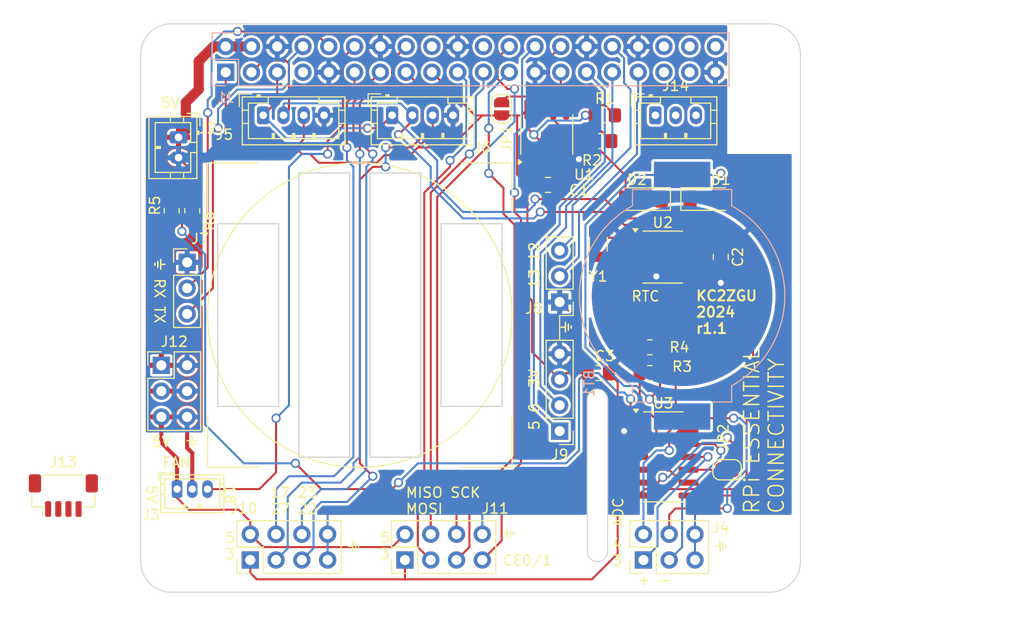
<source format=kicad_pcb>
(kicad_pcb (version 20240108) (generator "pcbnew") (generator_version "8.0")
  (title_block (date "15 nov 2012"))
  (layers (0 "F.Cu" signal) (31 "B.Cu" signal) (34 "B.Paste" user) (35 "F.Paste" user) (36 "B.SilkS" user "B.Silkscreen") (37 "F.SilkS" user "F.Silkscreen") (38 "B.Mask" user) (39 "F.Mask" user) (44 "Edge.Cuts" user))
  (net 0 "")
  (net 1 "GND")
  (net 2 "/GPIO4{slash}GPCLK0")
  (net 3 "/GPIO14{slash}TXD0")
  (net 4 "/GPIO15{slash}RXD0")
  (net 5 "/GPIO17")
  (net 6 "/GPIO18{slash}PCM.CLK")
  (net 7 "/GPIO27")
  (net 8 "/GPIO22")
  (net 9 "/GPIO23")
  (net 10 "/GPIO24")
  (net 11 "/GPIO10{slash}SPI0.MOSI")
  (net 12 "/GPIO9{slash}SPI0.MISO")
  (net 13 "/GPIO25")
  (net 14 "/GPIO11{slash}SPI0.SCLK")
  (net 15 "/GPIO8{slash}SPI0.CE0")
  (net 16 "/GPIO7{slash}SPI0.CE1")
  (net 17 "/ID_SDA")
  (net 18 "/ID_SCL")
  (net 19 "/GPIO5")
  (net 20 "/GPIO6")
  (net 21 "/GPIO12{slash}PWM0")
  (net 22 "/GPIO13{slash}PWM1")
  (net 23 "/GPIO19{slash}PCM.FS")
  (net 24 "/GPIO16")
  (net 25 "/GPIO26")
  (net 26 "/GPIO20{slash}PCM.DIN")
  (net 27 "/GPIO21{slash}PCM.DOUT")
  (net 28 "+5V")
  (net 29 "+3V3")
  (net 32 "Net-(JP1-A)")
  (net 36 "Net-(U2-OSCO)")
  (net 37 "Net-(U2-OSCI)")
  (net 38 "Net-(D1-K)")
  (net 39 "/AD1p")
  (net 40 "/AD2p")
  (net 41 "/AD3n")
  (net 42 "/AD4p")
  (net 43 "/AD4n")
  (net 44 "/AD3p")
  (net 45 "Net-(BT1-+)")
  (net 46 "/GPIO2{slash}SDA1")
  (net 47 "/GPIO3{slash}SCL1")
  (net 48 "Net-(JP2-A)")
  (footprint "MountingHole:MountingHole_2.7mm_M2.5" (layer "F.Cu") (at 161.5 47.5)
    (property "Reference" "MH2" (hide yes))
    (property "Value" "MountingHole_2.7mm_M2.5" (hide yes))
  )
  (footprint "Connector_JST:JST_PH_B4B-PH-K_1x04_P2.00mm_Vertical" (layer "F.Cu") (at 112.065 53.01)
    (property "Reference" "J5")
    (property "Value" "Conn_01x04_Male")
  )
  (footprint "Resistor_SMD:R_0805_2012Metric_Pad1.20x1.40mm_HandSolder" (layer "F.Cu") (at 145.355 55.55)
    (property "Reference" "R2")
    (property "Value" "3.9k")
  )
  (footprint "Crystal:Crystal_SMD_3215-2Pin_3.2x1.5mm" (layer "F.Cu") (at 145.085 65.71 -90)
    (property "Reference" "Y1")
    (property "Value" "Crystal")
  )
  (footprint "Connector_PinHeader_2.54mm:PinHeader_1x03_P2.54mm_Vertical" (layer "F.Cu") (at 141.275 71.41 180)
    (property "Reference" "J8")
    (property "Value" "Conn_01x03_Pin")
  )
  (footprint "fan:Fan_30mm" (layer "F.Cu") (at 121.59 72.695)
    (property "Reference" "M1" (hide yes))
    (property "Value" "Fan")
    (fp_line (start -14 -9) (end -14 9) (stroke (width 0.12)) (layer "Edge.Cuts"))
    (fp_line (start -14 9) (end -8 9) (stroke (width 0.12)) (layer "Edge.Cuts"))
    (fp_line (start -8 -9) (end -14 -9) (stroke (width 0.12)) (layer "Edge.Cuts"))
    (fp_line (start -8 9) (end -8 -9) (stroke (width 0.12)) (layer "Edge.Cuts"))
    (fp_line (start -6 -14) (end -6 14) (stroke (width 0.12)) (layer "Edge.Cuts"))
    (fp_line (start -6 14) (end -1 14) (stroke (width 0.12)) (layer "Edge.Cuts"))
    (fp_line (start -1 -14) (end -6 -14) (stroke (width 0.12)) (layer "Edge.Cuts"))
    (fp_line (start -1 14) (end -1 -14) (stroke (width 0.12)) (layer "Edge.Cuts"))
    (fp_line (start 1 -14) (end 6 -14) (stroke (width 0.12)) (layer "Edge.Cuts"))
    (fp_line (start 1 14) (end 1 -14) (stroke (width 0.12)) (layer "Edge.Cuts"))
    (fp_line (start 6 -14) (end 6 14) (stroke (width 0.12)) (layer "Edge.Cuts"))
    (fp_line (start 6 14) (end 1 14) (stroke (width 0.12)) (layer "Edge.Cuts"))
    (fp_line (start 8 -9) (end 14 -9) (stroke (width 0.12)) (layer "Edge.Cuts"))
    (fp_line (start 8 9) (end 8 -9) (stroke (width 0.12)) (layer "Edge.Cuts"))
    (fp_line (start 14 -9) (end 14 9) (stroke (width 0.12)) (layer "Edge.Cuts"))
    (fp_line (start 14 9) (end 8 9) (stroke (width 0.12)) (layer "Edge.Cuts"))
  )
  (footprint "Resistor_SMD:R_0805_2012Metric_Pad1.20x1.40mm_HandSolder" (layer "F.Cu") (at 150.165 78.41 180)
    (property "Reference" "R3")
    (property "Value" "100K 1%")
  )
  (footprint "Connector_PinHeader_2.54mm:PinHeader_2x03_P2.54mm_Vertical" (layer "F.Cu") (at 149.53 96.825 90)
    (property "Reference" "J4")
    (property "Value" "Conn_02x03_Odd_Even")
  )
  (footprint "Connector_JST:JST_PH_B3B-PH-K_1x03_P2.00mm_Vertical" (layer "F.Cu") (at 150.705 53.01)
    (property "Reference" "J14")
    (property "Value" "Conn_01x03_Pin")
  )
  (footprint "Resistor_SMD:R_0805_2012Metric_Pad1.20x1.40mm_HandSolder" (layer "F.Cu") (at 150.165 75.87 180)
    (property "Reference" "R4")
    (property "Value" "100K 1%")
  )
  (footprint "Capacitor_SMD:C_0805_2012Metric_Pad1.18x1.45mm_HandSolder" (layer "F.Cu") (at 140.132 59.868)
    (property "Reference" "C1")
    (property "Value" "100n")
  )
  (footprint "Capacitor_SMD:C_0805_2012Metric_Pad1.18x1.45mm_HandSolder" (layer "F.Cu") (at 145.085 78.41)
    (property "Reference" "C3")
    (property "Value" "100n")
  )
  (footprint "Diode_SMD:D_MiniMELF" (layer "F.Cu") (at 155.88 61.265)
    (property "Reference" "D1")
    (property "Value" "D_Schottky")
  )
  (footprint "Package_SO:SOIC-14_3.9x8.7mm_P1.27mm" (layer "F.Cu") (at 151.5 86.665)
    (property "Reference" "U3")
    (property "Value" "MCP3428x-xSL")
  )
  (footprint "Resistor_SMD:R_0805_2012Metric_Pad1.20x1.40mm_HandSolder" (layer "F.Cu") (at 145.72 53.01)
    (property "Reference" "R1")
    (property "Value" "3.9k")
  )
  (footprint "Resistor_SMD:R_0805_2012Metric_Pad1.20x1.40mm_HandSolder" (layer "F.Cu") (at 105.08 62.408 -90)
    (property "Reference" "R6")
    (property "Value" "10K 1%")
  )
  (footprint "MountingHole:MountingHole_2.7mm_M2.5" (layer "F.Cu") (at 103.5 96.5)
    (property "Reference" "MH3" (hide yes))
    (property "Value" "MountingHole_2.7mm_M2.5" (hide yes))
  )
  (footprint "Connector_JST:JST_SH_BM04B-SRSS-TB_1x04-1MP_P1.00mm_Vertical" (layer "F.Cu") (at 92.38 90.475)
    (property "Reference" "J13")
    (property "Value" "Conn_01x04_Pin")
  )
  (footprint "Connector_PinHeader_2.54mm:PinHeader_2x04_P2.54mm_Vertical" (layer "F.Cu") (at 126.035 96.825 90)
    (property "Reference" "J11")
    (property "Value" "Conn_02x04_Odd_Even")
  )
  (footprint "Connector_PinHeader_2.54mm:PinHeader_2x04_P2.54mm_Vertical" (layer "F.Cu") (at 110.795 96.825 90)
    (property "Reference" "J10")
    (property "Value" "Conn_02x04_Odd_Even")
  )
  (footprint "MountingHole:MountingHole_2.7mm_M2.5" (layer "F.Cu") (at 103.5 47.5)
    (property "Reference" "MH1" (hide yes))
    (property "Value" "MountingHole_2.7mm_M2.5" (hide yes))
  )
  (footprint "Connector_PinHeader_2.54mm:PinHeader_2x03_P2.54mm_Vertical" (layer "F.Cu") (at 102.032 77.648)
    (property "Reference" "J12")
    (property "Value" "Conn_02x03_Odd_Even")
  )
  (footprint "Connector_PinHeader_2.54mm:PinHeader_1x03_P2.54mm_Vertical" (layer "F.Cu") (at 104.572 67.503)
    (property "Reference" "J7")
    (property "Value" "Conn_01x03_Pin")
  )
  (footprint "Package_SO:SOIC-8_3.9x4.9mm_P1.27mm" (layer "F.Cu") (at 151.435 66.98)
    (property "Reference" "U2")
    (property "Value" "PCF8563T")
  )
  (footprint "Resistor_SMD:R_0805_2012Metric_Pad1.20x1.40mm_HandSolder" (layer "F.Cu") (at 103.048 62.408 90)
    (property "Reference" "R5")
    (property "Value" "30K 1%")
  )
  (footprint "JST_ZH:JST_ZH_B3B-ZR_1x03_P1.50mm_Vertical" (layer "F.Cu") (at 103.58 89.84)
    (property "Reference" "J3")
    (property "Value" "Conn_01x03_Pin")
  )
  (footprint "Jumper:SolderJumper-2_P1.3mm_Bridged_RoundedPad1.0x1.5mm" (layer "F.Cu") (at 157.77 87.935)
    (property "Reference" "JP2")
    (property "Value" "SolderJumper_2_Bridged")
  )
  (footprint "Package_SO:SOIC-8_3.9x4.9mm_P1.27mm" (layer "F.Cu") (at 140.005 54.915 90)
    (property "Reference" "U1")
    (property "Value" "CAT24C256")
  )
  (footprint "Jumper:SolderJumper-2_P1.3mm_Open_RoundedPad1.0x1.5mm" (layer "F.Cu") (at 135.56 52.375 -90)
    (property "Reference" "JP1")
    (property "Value" "ID_WP")
  )
  (footprint "MountingHole:MountingHole_2.7mm_M2.5" (layer "F.Cu") (at 161.5 96.5)
    (property "Reference" "MH4" (hide yes))
    (property "Value" "MountingHole_2.7mm_M2.5" (hide yes))
  )
  (footprint "Connector_PinHeader_2.54mm:PinHeader_1x04_P2.54mm_Vertical" (layer "F.Cu") (at 141.275 84.125 180)
    (property "Reference" "J9")
    (property "Value" "Conn_01x04_Pin")
  )
  (footprint "Connector_JST:JST_PH_B4B-PH-K_1x04_P2.00mm_Vertical" (layer "F.Cu") (at 124.765 53.01)
    (property "Reference" "J6")
    (property "Value" "Conn_01x04_Male")
  )
  (footprint "Capacitor_SMD:C_0805_2012Metric_Pad1.18x1.45mm_HandSolder" (layer "F.Cu") (at 157.15 66.98 -90)
    (property "Reference" "C2")
    (property "Value" "100n")
  )
  (footprint "Diode_SMD:D_MiniMELF" (layer "F.Cu") (at 149.53 61.265 180)
    (property "Reference" "D2")
    (property "Value" "D_Schottky")
  )
  (footprint "Connector_JST:JST_PH_B2B-PH-K_1x02_P2.00mm_Vertical" (layer "F.Cu") (at 103.725 55.185 -90)
    (property "Reference" "J2")
    (property "Value" "Conn_01x02_Pin")
  )
  (footprint "Connector_PinSocket_2.54mm:PinSocket_2x20_P2.54mm_Vertical" (layer "B.Cu") (at 108.37 48.77 -90)
    (property "Reference" "J1")
    (property "Value" "GPIO")
  )
  (footprint "Battery:BatteryHolder_MPD_BC2003_1x2032" (layer "B.Cu") (at 153.34 70.79 -90)
    (property "Reference" "BT1")
    (property "Value" "CR2032")
  )
  (gr_line (start 141.275 72.74) (end 141.275 75.175) (stroke (width 0.12)) (layer "F.SilkS"))
  (gr_arc (start 162 44) (mid 164.12132 44.87868) (end 165 47) (stroke (width 0.1)) (layer "Edge.Cuts"))
  (gr_line (start 165 97) (end 165 47) (stroke (width 0.1)) (layer "Edge.Cuts"))
  (gr_line (start 100 47) (end 100 81) (stroke (width 0.1)) (layer "Edge.Cuts"))
  (gr_line (start 146 81) (end 146 96) (stroke (width 0.1)) (layer "Edge.Cuts"))
  (gr_line (start 144 96) (end 144 81) (stroke (width 0.1)) (layer "Edge.Cuts"))
  (gr_arc (start 103 100) (mid 100.87868 99.12132) (end 100 97) (stroke (width 0.1)) (layer "Edge.Cuts"))
  (gr_line (start 103 100) (end 162 100) (stroke (width 0.1)) (layer "Edge.Cuts"))
  (gr_arc (start 144 81) (mid 145 80) (end 146 81) (stroke (width 0.1)) (layer "Edge.Cuts"))
  (gr_arc (start 165 97) (mid 164.12132 99.12132) (end 162 100) (stroke (width 0.1)) (layer "Edge.Cuts"))
  (gr_arc (start 100 47) (mid 100.87868 44.87868) (end 103 44) (stroke (width 0.1)) (layer "Edge.Cuts"))
  (gr_arc (start 146 96) (mid 145 97) (end 144 96) (stroke (width 0.1)) (layer "Edge.Cuts"))
  (gr_line (start 100 81) (end 100 97) (stroke (width 0.1)) (layer "Edge.Cuts"))
  (gr_line (start 162 44) (end 103 44) (stroke (width 0.1)) (layer "Edge.Cuts"))
  (gr_text "17 23\n27 22" (at 112.7 92.38 0) (layer "F.SilkS") (effects (font (size 1 1)) (justify left bottom)))
  (gr_text "5V" (at 100.508 89.332 -90) (layer "F.SilkS") (effects (font (size 1 1)) (justify left bottom)))
  (gr_text "5 6  3V" (at 139.37 84.125 90) (layer "F.SilkS") (effects (font (size 1 1)) (justify left bottom)))
  (gr_text "5V" (at 101.905 52.375 0) (layer "F.SilkS") (effects (font (size 1 1)) (justify left bottom)))
  (gr_text "MISO SCK\nMOSI" (at 126.035 92.38 0) (layer "F.SilkS") (effects (font (size 1 1)) (justify left bottom)))
  (gr_text "⏚ RX TX" (at 101.27 66.98 270) (layer "F.SilkS") (effects (font (size 1 1)) (justify left bottom)))
  (gr_text "13 12" (at 139.37 70.155 90) (layer "F.SilkS") (effects (font (size 1 1)) (justify left bottom)))
  (gr_text "ADC" (at 147.625 93.65 90) (layer "F.SilkS") (effects (font (size 1 1)) (justify left bottom)))
  (gr_text "RPi ESSENTIAL\nCONNECTIVITY" (at 163.5 92.38 90) (layer "F.SilkS") (effects (font (size 1.5 1.5)) (justify left bottom)))
  (gr_text "5\n3" (at 108.255 96.825 0) (layer "F.SilkS") (effects (font (size 1 1)) (justify left bottom)))
  (gr_text "⏚" (at 121.59 96.19 90) (layer "F.SilkS") (effects (font (size 1 1)) (justify left bottom)))
  (gr_text "+ -" (at 148.895 99.365 0) (layer "F.SilkS") (effects (font (size 1 1)) (justify left bottom)))
  (gr_text "18" (at 108.19 89.34 270) (layer "F.SilkS") (effects (font (size 1 1)) (justify left bottom)))
  (gr_text "5V  ⏚" (at 101.016 85.776 0) (layer "F.SilkS") (effects (font (size 1 1)) (justify left bottom)))
  (gr_text "RTC" (at 148.26 71.425 0) (layer "F.SilkS") (effects (font (size 1 1)) (justify left bottom)))
  (gr_text "⏚" (at 157.785 96.19 90) (layer "F.SilkS") (effects (font (size 1 1)) (justify left bottom)))
  (gr_text "KC2ZGU\n2024\nr1.1" (at 154.61 74.6 0) (layer "F.SilkS") (effects (font (size 1 1) (thickness 0.2) (bold yes)) (justify left bottom)))
  (gr_text "⏚" (at 136.83 94.92 90) (layer "F.SilkS") (effects (font (size 1 1)) (justify left bottom)))
  (gr_text "5\n3" (at 123.495 96.825 0) (layer "F.SilkS") (effects (font (size 1 1)) (justify left bottom)))
  (gr_text "4\n3" (at 146.355 97.46 0) (layer "F.SilkS") (effects (font (size 1 1)) (justify left bottom)))
  (gr_text "FAN" (at 102.032 87.808 0) (layer "F.SilkS") (effects (font (size 1 1)) (justify left bottom)))
  (gr_text "CE0/1" (at 135.56 97.46 0) (layer "F.SilkS") (effects (font (size 1 1)) (justify left bottom)))
  (gr_text "⏚" (at 142.545 74.6 90) (layer "F.SilkS") (effects (font (size 1 1)) (justify left bottom)))
  (segment (start 104.572 85.776) (end 104.572 82.728) (width 0.4) (layer "F.Cu") (net 1))
  (segment (start 149.53 86.665) (end 149.025 86.665) (width 0.2) (layer "F.Cu") (net 1))
  (segment (start 151.165 75.87) (end 151.165 69.25) (width 0.2) (layer "F.Cu") (net 1))
  (segment (start 157.15 69.52) (end 157.15 68.0175) (width 0.2) (layer "F.Cu") (net 1))
  (segment (start 152.7 83.495) (end 149.53 86.665) (width 0.2) (layer "F.Cu") (net 1))
  (segment (start 148.26 87.935) (end 147.625 87.3) (width 0.2) (layer "F.Cu") (net 1))
  (segment (start 151.165 69.25) (end 150.8 68.885) (width 0.2) (layer "F.Cu") (net 1))
  (segment (start 141.275 71.41) (end 142.12 72.255) (width 0.2) (layer "F.Cu") (net 1))
  (segment (start 146.1225 78.41) (end 146.99 79.2775) (width 0.2) (layer "F.Cu") (net 1))
  (segment (start 141.91 58.725) (end 141.275 59.36) (width 0.2) (layer "F.Cu") (net 1))
  (segment (start 146.99 83.49) (end 147.625 84.125) (width 0.2) (layer "F.Cu") (net 1))
  (segment (start 105.08 86.284) (end 105.08 89.84) (width 0.4) (layer "F.Cu") (net 1))
  (segment (start 152.705 77.41) (end 152.705 81.515685) (width 0.2) (layer "F.Cu") (net 1))
  (segment (start 104.572 85.776) (end 105.08 86.284) (width 0.4) (layer "F.Cu") (net 1))
  (segment (start 153.975 89.205) (end 153.34 89.205) (width 0.2) (layer "F.Cu") (net 1))
  (segment (start 147.625 84.125) (end 147.625 87.3) (width 0.2) (layer "F.Cu") (net 1))
  (segment (start 150.8 68.885) (end 148.96 68.885) (width 0.2) (layer "F.Cu") (net 1))
  (segment (start 143.118 57.39) (end 143.18 57.328) (width 0.2) (layer "F.Cu") (net 1))
  (segment (start 151.165 75.87) (end 152.705 77.41) (width 0.2) (layer "F.Cu") (net 1))
  (segment (start 141.91 57.39) (end 141.91 58.725) (width 0.2) (layer "F.Cu") (net 1))
  (segment (start 105.08 58.54) (end 103.725 57.185) (width 0.2) (layer "F.Cu") (net 1))
  (segment (start 152.07 87.935) (end 149.025 87.935) (width 0.2) (layer "F.Cu") (net 1))
  (segment (start 149.025 87.935) (end 148.26 87.935) (width 0.2) (layer "F.Cu") (net 1))
  (segment (start 152.705 81.515685) (end 152.7 81.520685) (width 0.2) (layer "F.Cu") (net 1))
  (segment (start 152.7 81.520685) (end 152.7 83.495) (width 0.2) (layer "F.Cu") (net 1))
  (segment (start 153.34 89.205) (end 152.07 87.935) (width 0.2) (layer "F.Cu") (net 1))
  (segment (start 149.025 84.125) (end 147.625 84.125) (width 0.2) (layer "F.Cu") (net 1))
  (segment (start 146.99 79.2775) (end 146.99 83.49) (width 0.2) (layer "F.Cu") (net 1))
  (segment (start 105.08 61.408) (end 105.08 58.54) (width 0.2) (layer "F.Cu") (net 1))
  (segment (start 141.91 57.39) (end 143.118 57.39) (width 0.2) (layer "F.Cu") (net 1))
  (segment (start 149.025 84.125) (end 148.050001 84.125) (width 0.2) (layer "F.Cu") (net 1))
  (via (at 157.15 69.52) (size 0.9) (drill 0.6) (layers "F.Cu" "B.Cu") (net 1))
  (via (at 143.18 57.328) (size 0.9) (drill 0.6) (layers "F.Cu" "B.Cu") (net 1))
  (via (at 147.625 84.125) (size 0.9) (drill 0.6) (layers "F.Cu" "B.Cu") (net 1))
  (via (at 150.8 68.885) (size 0.9) (drill 0.6) (layers "F.Cu" "B.Cu") (net 1))
  (segment (start 106.62 57.185) (end 107.62 56.185) (width 1) (layer "B.Cu") (net 1))
  (segment (start 118.415 96.825) (end 118.415 92.38) (width 0.2) (layer "B.Cu") (net 1))
  (segment (start 133.655 94.285) (end 133.655 93.015) (width 0.2) (layer "B.Cu") (net 1))
  (segment (start 133.655 93.015) (end 133.655 92.38) (width 0.2) (layer "B.Cu") (net 1))
  (segment (start 103.725 57.185) (end 106.62 57.185) (width 1) (layer "B.Cu") (net 1))
  (segment (start 154.61 96.825) (end 154.61 92.38) (width 0.2) (layer "B.Cu") (net 1))
  (segment (start 104.572 72.583) (end 107.112 70.043) (width 0.2) (layer "F.Cu") (net 3))
  (segment (start 107.112 54.788) (end 107.62 54.28) (width 0.2) (layer "F.Cu") (net 3))
  (segment (start 107.112 70.043) (end 107.112 54.788) (width 0.2) (layer "F.Cu") (net 3))
  (via (at 107.62 54.28) (size 0.9) (drill 0.6) (layers "F.Cu" "B.Cu") (net 3))
  (segment (start 113.97 50.47) (end 109.525 50.47) (width 0.2) (layer "B.Cu") (net 3))
  (segment (start 107.62 52.375) (end 109.525 50.47) (width 0.2) (layer "B.Cu") (net 3))
  (segment (start 114.605 49.835) (end 113.97 50.47) (width 0.2) (layer "B.Cu") (net 3))
  (segment (start 107.62 54.28) (end 107.62 52.375) (width 0.2) (layer "B.Cu") (net 3))
  (segment (start 115.99 46.23) (end 114.605 47.615) (width 0.2) (layer "B.Cu") (net 3))
  (segment (start 114.605 47.615) (end 114.605 49.835) (width 0.2) (layer "B.Cu") (net 3))
  (segment (start 106.604 68.011) (end 106.604 52.756) (width 0.2) (layer "F.Cu") (net 4))
  (segment (start 109.525 44.755) (end 117.055 44.755) (width 0.2) (layer "F.Cu") (net 4))
  (segment (start 117.055 44.755) (end 118.53 46.23) (width 0.2) (layer "F.Cu") (net 4))
  (segment (start 104.572 70.043) (end 106.604 68.011) (width 0.2) (layer "F.Cu") (net 4))
  (via (at 106.604 52.756) (size 0.9) (drill 0.6) (layers "F.Cu" "B.Cu") (net 4))
  (via (at 109.525 44.755) (size 0.9) (drill 0.6) (layers "F.Cu" "B.Cu") (net 4))
  (segment (start 108.218654 44.755) (end 109.525 44.755) (width 0.2) (layer "B.Cu") (net 4))
  (segment (start 106.985 45.988654) (end 106.985 51.105) (width 0.2) (layer "B.Cu") (net 4))
  (segment (start 106.604 52.756) (end 106.604 51.486) (width 0.2) (layer "B.Cu") (net 4))
  (segment (start 108.218654 44.755) (end 106.985 45.988654) (width 0.2) (layer "B.Cu") (net 4))
  (segment (start 106.604 51.486) (end 106.985 51.105) (width 0.2) (layer "B.Cu") (net 4))
  (segment (start 121.07 48.77) (end 121.07 50.99) (width 0.2) (layer "F.Cu") (net 5))
  (segment (start 121.07 50.99) (end 120.32 51.74) (width 0.2) (layer "F.Cu") (net 5))
  (segment (start 120.32 51.74) (end 120.32 56.185) (width 0.2) (layer "F.Cu") (net 5))
  (via (at 120.32 56.185) (size 0.9) (drill 0.6) (layers "F.Cu" "B.Cu") (net 5))
  (segment (start 120.955 86.665) (end 119.05 88.57) (width 0.2) (layer "B.Cu") (net 5))
  (segment (start 113.335 89.84) (end 113.335 94.285) (width 0.2) (layer "B.Cu") (net 5))
  (segment (start 120.32 56.185) (end 120.32 57.455) (width 0.2) (layer "B.Cu") (net 5))
  (segment (start 119.05 88.57) (end 114.605 88.57) (width 0.2) (layer "B.Cu") (net 5))
  (segment (start 114.605 88.57) (end 113.335 89.84) (width 0.2) (layer "B.Cu") (net 5))
  (segment (start 120.955 58.09) (end 120.955 86.665) (width 0.2) (layer "B.Cu") (net 5))
  (segment (start 120.32 57.455) (end 120.955 58.09) (width 0.2) (layer "B.Cu") (net 5))
  (segment (start 106.58 89.84) (end 111.684 89.84) (width 0.2) (layer "F.Cu") (net 6))
  (segment (start 118.415 55.55) (end 118.415 56.82) (width 0.2) (layer "F.Cu") (net 6))
  (segment (start 113.335 88.189) (end 113.335 82.855) (width 0.2) (layer "F.Cu") (net 6))
  (segment (start 119.92 47.38) (end 119.92 54.045) (width 0.2) (layer "F.Cu") (net 6))
  (segment (start 111.684 89.84) (end 113.335 88.189) (width 0.2) (layer "F.Cu") (net 6))
  (segment (start 119.92 54.045) (end 118.415 55.55) (width 0.2) (layer "F.Cu") (net 6))
  (segment (start 121.07 46.23) (end 119.92 47.38) (width 0.2) (layer "F.Cu") (net 6))
  (via (at 113.335 82.855) (size 0.9) (drill 0.6) (layers "F.Cu" "B.Cu") (net 6))
  (via (at 118.415 56.82) (size 0.9) (drill 0.6) (layers "F.Cu" "B.Cu") (net 6))
  (segment (start 118.415 56.82) (end 115.875 56.82) (width 0.2) (layer "B.Cu") (net 6))
  (segment (start 114.605 81.585) (end 113.335 82.855) (width 0.2) (layer "B.Cu") (net 6))
  (segment (start 115.875 56.82) (end 114.605 58.09) (width 0.2) (layer "B.Cu") (net 6))
  (segment (start 114.605 58.09) (end 114.605 81.585) (width 0.2) (layer "B.Cu") (net 6))
  (segment (start 121.59 56.185) (end 121.59 56.82) (width 0.2) (layer "F.Cu") (net 7))
  (segment (start 123.61 48.77) (end 121.59 50.79) (width 0.2) (layer "F.Cu") (net 7))
  (segment (start 120.955 55.55) (end 121.59 56.185) (width 0.2) (layer "F.Cu") (net 7))
  (segment (start 120.955 51.74) (end 120.955 55.55) (width 0.2) (layer "F.Cu") (net 7))
  (segment (start 121.59 51.105) (end 120.955 51.74) (width 0.2) (layer "F.Cu") (net 7))
  (segment (start 121.59 50.79) (end 121.59 51.105) (width 0.2) (layer "F.Cu") (net 7))
  (via (at 121.59 56.82) (size 0.9) (drill 0.6) (layers "F.Cu" "B.Cu") (net 7))
  (segment (start 120.955 87.3) (end 120.955 87.935) (width 0.2) (layer "B.Cu") (net 7))
  (segment (start 121.59 56.82) (end 121.59 86.665) (width 0.2) (layer "B.Cu") (net 7))
  (segment (start 115.875 89.205) (end 114.485 90.595) (width 0.2) (layer "B.Cu") (net 7))
  (segment (start 119.685 89.205) (end 115.875 89.205) (width 0.2) (layer "B.Cu") (net 7))
  (segment (start 120.955 87.935) (end 119.685 89.205) (width 0.2) (layer "B.Cu") (net 7))
  (segment (start 114.485 95.675) (end 113.335 96.825) (width 0.2) (layer "B.Cu") (net 7))
  (segment (start 121.59 86.665) (end 120.955 87.3) (width 0.2) (layer "B.Cu") (net 7))
  (segment (start 114.485 90.595) (end 114.485 95.675) (width 0.2) (layer "B.Cu") (net 7))
  (segment (start 127.665 50.285) (end 127.665 55.19) (width 0.2) (layer "F.Cu") (net 8))
  (segment (start 127.665 55.19) (end 126.67 56.185) (width 0.2) (layer "F.Cu") (net 8))
  (segment (start 122.86 58.09) (end 124.13 58.09) (width 0.2) (layer "F.Cu") (net 8))
  (segment (start 121.59 87.3) (end 122.86 88.57) (width 0.2) (layer "F.Cu") (net 8))
  (segment (start 122.86 58.09) (end 121.59 59.36) (width 0.2) (layer "F.Cu") (net 8))
  (segment (start 121.59 62.535) (end 121.59 87.3) (width 0.2) (layer "F.Cu") (net 8))
  (segment (start 126.15 48.77) (end 127.665 50.285) (width 0.2) (layer "F.Cu") (net 8))
  (segment (start 121.59 59.36) (end 121.59 62.535) (width 0.2) (layer "F.Cu") (net 8))
  (segment (start 126.67 56.185) (end 124.13 56.185) (width 0.2) (layer "F.Cu") (net 8))
  (via (at 124.13 56.185) (size 0.9) (drill 0.6) (layers "F.Cu" "B.Cu") (net 8))
  (via (at 124.13 58.09) (size 0.9) (drill 0.6) (layers "F.Cu" "B.Cu") (net 8))
  (via (at 122.86 88.57) (size 0.9) (drill 0.6) (layers "F.Cu" "B.Cu") (net 8))
  (segment (start 117.025 95.675) (end 115.875 96.825) (width 0.2) (layer "B.Cu") (net 8))
  (segment (start 124.13 56.185) (end 124.13 58.09) (width 0.2) (layer "B.Cu") (net 8))
  (segment (start 122.86 88.57) (end 120.32 91.11) (width 0.2) (layer "B.Cu") (net 8))
  (segment (start 117.78 91.11) (end 117.025 91.865) (width 0.2) (layer "B.Cu") (net 8))
  (segment (start 117.025 91.865) (end 117.025 95.675) (width 0.2) (layer "B.Cu") (net 8))
  (segment (start 120.32 91.11) (end 117.78 91.11) (width 0.2) (layer "B.Cu") (net 8))
  (segment (start 122.86 50.47) (end 121.59 51.74) (width 0.2) (layer "F.Cu") (net 9))
  (segment (start 124.13 50.47) (end 122.86 50.47) (width 0.2) (layer "F.Cu") (net 9))
  (segment (start 124.76 49.84) (end 124.13 50.47) (width 0.2) (layer "F.Cu") (net 9))
  (segment (start 121.59 55.619314) (end 122.86 56.889314) (width 0.2) (layer "F.Cu") (net 9))
  (segment (start 124.76 47.62) (end 124.76 49.84) (width 0.2) (layer "F.Cu") (net 9))
  (segment (start 121.59 51.74) (end 121.59 55.619314) (width 0.2) (layer "F.Cu") (net 9))
  (segment (start 126.15 46.23) (end 124.76 47.62) (width 0.2) (layer "F.Cu") (net 9))
  (segment (start 122.86 56.889314) (end 122.86 56.82) (width 0.2) (layer "F.Cu") (net 9))
  (via (at 122.86 56.82) (size 0.9) (drill 0.6) (layers "F.Cu" "B.Cu") (net 9))
  (segment (start 122.225 87.935) (end 120.32 89.84) (width 0.2) (layer "B.Cu") (net 9))
  (segment (start 117.78 89.84) (end 115.875 91.745) (width 0.2) (layer "B.Cu") (net 9))
  (segment (start 120.32 89.84) (end 117.78 89.84) (width 0.2) (layer "B.Cu") (net 9))
  (segment (start 122.86 57.455) (end 122.225 58.09) (width 0.2) (layer "B.Cu") (net 9))
  (segment (start 115.875 91.745) (end 115.875 94.285) (width 0.2) (layer "B.Cu") (net 9))
  (segment (start 122.225 58.09) (end 122.225 87.935) (width 0.2) (layer "B.Cu") (net 9))
  (segment (start 122.86 56.82) (end 122.86 57.455) (width 0.2) (layer "B.Cu") (net 9))
  (segment (start 127.94 89.84) (end 127.305 90.475) (width 0.2) (layer "F.Cu") (net 11))
  (segment (start 127.94 60.63) (end 127.94 89.84) (width 0.2) (layer "F.Cu") (net 11))
  (segment (start 127.305 95.555) (end 128.575 96.825) (width 0.2) (layer "F.Cu") (net 11))
  (segment (start 130.48 57.455) (end 130.48 58.09) (width 0.2) (layer "F.Cu") (net 11))
  (segment (start 127.305 90.475) (end 127.305 95.555) (width 0.2) (layer "F.Cu") (net 11))
  (segment (start 130.48 58.09) (end 127.94 60.63) (width 0.2) (layer "F.Cu") (net 11))
  (via (at 130.48 57.455) (size 0.9) (drill 0.6) (layers "F.Cu" "B.Cu") (net 11))
  (segment (start 132.08 49.62) (end 132.08 55.855) (width 0.2) (layer "B.Cu") (net 11))
  (segment (start 132.08 55.855) (end 130.48 57.455) (width 0.2) (layer "B.Cu") (net 11))
  (segment (start 131.23 48.77) (end 132.08 49.62) (width 0.2) (layer "B.Cu") (net 11))
  (segment (start 128.575 94.285) (end 128.575 60.63) (width 0.2) (layer "F.Cu") (net 12))
  (segment (start 128.575 60.63) (end 132.385 56.82) (width 0.2) (layer "F.Cu") (net 12))
  (via (at 132.385 56.82) (size 0.9) (drill 0.6) (layers "F.Cu" "B.Cu") (net 12))
  (segment (start 133.02 51.105) (end 133.02 56.185) (width 0.2) (layer "B.Cu") (net 12))
  (segment (start 133.02 56.185) (end 132.385 56.82) (width 0.2) (layer "B.Cu") (net 12))
  (segment (start 133.77 50.355) (end 133.02 51.105) (width 0.2) (layer "B.Cu") (net 12))
  (segment (start 133.77 48.77) (end 133.77 50.355) (width 0.2) (layer "B.Cu") (net 12))
  (segment (start 129.21 88.57) (end 129.21 61.055661) (width 0.2) (layer "F.Cu") (net 14))
  (segment (start 131.115 94.285) (end 131.115 90.475) (width 0.2) (layer "F.Cu") (net 14))
  (segment (start 134.29 55.975661) (end 134.29 54.28) (width 0.2) (layer "F.Cu") (net 14))
  (segment (start 129.21 61.055661) (end 134.29 55.975661) (width 0.2) (layer "F.Cu") (net 14))
  (segment (start 131.115 90.475) (end 129.21 88.57) (width 0.2) (layer "F.Cu") (net 14))
  (via (at 134.29 54.28) (size 0.9) (drill 0.6) (layers "F.Cu" "B.Cu") (net 14))
  (segment (start 136.31 48.77) (end 134.29 50.79) (width 0.2) (layer "B.Cu") (net 14))
  (segment (start 134.29 50.79) (end 134.29 54.28) (width 0.2) (layer "B.Cu") (net 14))
  (segment (start 135.74 62.715) (end 136.83 63.805) (width 0.2) (layer "F.Cu") (net 15))
  (segment (start 135.16 49.435) (end 136.14 50.415) (width 0.2) (layer "F.Cu") (net 15))
  (segment (start 132.385 95.555) (end 131.115 96.825) (width 0.2) (layer "F.Cu") (net 15))
  (segment (start 135.74 60.175) (end 135.74 62.715) (width 0.2) (layer "F.Cu") (net 15))
  (segment (start 136.83 86.665) (end 132.385 91.11) (width 0.2) (layer "F.Cu") (net 15))
  (segment (start 134.29 58.725) (end 135.74 60.175) (width 0.2) (layer "F.Cu") (net 15))
  (segment (start 136.83 63.805) (end 136.83 86.665) (width 0.2) (layer "F.Cu") (net 15))
  (segment (start 135.16 47.38) (end 135.16 49.435) (width 0.2) (layer "F.Cu") (net 15))
  (segment (start 136.14 50.415) (end 136.83 50.415) (width 0.2) (layer "F.Cu") (net 15))
  (segment (start 132.385 91.11) (end 132.385 95.555) (width 0.2) (layer "F.Cu") (net 15))
  (segment (start 136.31 46.23) (end 135.16 47.38) (width 0.2) (layer "F.Cu") (net 15))
  (via (at 134.29 58.725) (size 0.9) (drill 0.6) (layers "F.Cu" "B.Cu") (net 15))
  (via (at 136.83 50.415) (size 0.9) (drill 0.6) (layers "F.Cu" "B.Cu") (net 15))
  (segment (start 136.83 53.645) (end 136.83 50.415) (width 0.2) (layer "B.Cu") (net 15))
  (segment (start 134.29 56.185) (end 136.83 53.645) (width 0.2) (layer "B.Cu") (net 15))
  (segment (start 134.29 58.725) (end 134.29 56.185) (width 0.2) (layer "B.Cu") (net 15))
  (segment (start 135.56 94.92) (end 133.655 96.825) (width 0.2) (layer "F.Cu") (net 16))
  (segment (start 135.56 89.205) (end 135.56 94.92) (width 0.2) (layer "F.Cu") (net 16))
  (segment (start 137.465 87.3) (end 135.56 89.205) (width 0.2) (layer "F.Cu") (net 16))
  (segment (start 136.83 60.63) (end 136.83 62.535) (width 0.2) (layer "F.Cu") (net 16))
  (segment (start 137.465 63.17) (end 137.465 87.3) (width 0.2) (layer "F.Cu") (net 16))
  (segment (start 136.83 62.535) (end 137.465 63.17) (width 0.2) (layer "F.Cu") (net 16))
  (via (at 136.83 60.63) (size 0.9) (drill 0.6) (layers "F.Cu" "B.Cu") (net 16))
  (segment (start 136.83 59.995) (end 136.83 60.63) (width 0.2) (layer "B.Cu") (net 16))
  (segment (start 137.58 54.165) (end 136.83 54.915) (width 0.2) (layer "B.Cu") (net 16))
  (segment (start 138.85 46.23) (end 137.58 47.5) (width 0.2) (layer "B.Cu") (net 16))
  (segment (start 136.83 54.915) (end 136.83 59.995) (width 0.2) (layer "B.Cu") (net 16))
  (segment (start 137.58 47.5) (end 137.58 54.165) (width 0.2) (layer "B.Cu") (net 16))
  (segment (start 141.91 52.44) (end 142.34 52.01) (width 0.2) (layer "F.Cu") (net 17))
  (segment (start 141.39 48.77) (end 141.39 51.92) (width 0.2) (layer "F.Cu") (net 17))
  (segment (start 142.34 52.01) (end 145.72 52.01) (width 0.2) (layer "F.Cu") (net 17))
  (segment (start 145.72 52.01) (end 146.72 53.01) (width 0.2) (layer "F.Cu") (net 17))
  (segment (start 141.39 51.92) (end 141.91 52.44) (width 0.2) (layer "F.Cu") (net 17))
  (segment (start 140.24 50.595001) (end 140.24 47.38) (width 0.2) (layer "F.Cu") (net 18))
  (segment (start 140.64 50.995001) (end 140.64 52.44) (width 0.2) (layer "F.Cu") (net 18))
  (segment (start 140.24 50.595001) (end 140.64 50.995001) (width 0.2) (layer "F.Cu") (net 18))
  (segment (start 140.24 47.38) (end 141.39 46.23) (width 0.2) (layer "F.Cu") (net 18))
  (segment (start 140.64 52.44) (end 140.64 53.414999) (width 0.2) (layer "F.Cu") (net 18))
  (segment (start 145.085 54.28) (end 146.355 55.55) (width 0.2) (layer "F.Cu") (net 18))
  (segment (start 141.505001 54.28) (end 145.085 54.28) (width 0.2) (layer "F.Cu") (net 18))
  (segment (start 140.64 53.414999) (end 141.505001 54.28) (width 0.2) (layer "F.Cu") (net 18))
  (segment (start 145.72 57.593628) (end 145.72 50.56) (width 0.2) (layer "B.Cu") (net 19))
  (segment (start 138.735 66.345) (end 141.275 63.805) (width 0.2) (layer "B.Cu") (net 19))
  (segment (start 145.72 50.56) (end 143.93 48.77) (width 0.2) (layer "B.Cu") (net 19))
  (segment (start 141.275 63.805) (end 141.275 62.038628) (width 0.2) (layer "B.Cu") (net 19))
  (segment (start 138.735 81.585) (end 138.735 66.345) (width 0.2) (layer "B.Cu") (net 19))
  (segment (start 141.275 62.038628) (end 145.72 57.593628) (width 0.2) (layer "B.Cu") (net 19))
  (segment (start 141.275 84.125) (end 138.735 81.585) (width 0.2) (layer "B.Cu") (net 19))
  (segment (start 146.47 57.409314) (end 141.91 61.969314) (width 0.2) (layer "B.Cu") (net 20))
  (segment (start 141.91 61.969314) (end 141.91 64.068654) (width 0.2) (layer "B.Cu") (net 20))
  (segment (start 139.37 66.608654) (end 139.37 79.68) (width 0.2) (layer "B.Cu") (net 20))
  (segment (start 139.37 79.68) (end 141.275 81.585) (width 0.2) (layer "B.Cu") (net 20))
  (segment (start 146.47 48.77) (end 146.47 57.409314) (width 0.2) (layer "B.Cu") (net 20))
  (segment (start 141.91 64.068654) (end 139.37 66.608654) (width 0.2) (layer "B.Cu") (net 20))
  (segment (start 142.545 61.9) (end 142.545 65.06) (width 0.2) (layer "B.Cu") (net 21))
  (segment (start 142.545 65.06) (end 141.275 66.33) (width 0.2) (layer "B.Cu") (net 21))
  (segment (start 147.62 47.38) (end 147.62 49.83) (width 0.2) (layer "B.Cu") (net 21))
  (segment (start 148.26 50.47) (end 148.26 56.185) (width 0.2) (layer "B.Cu") (net 21))
  (segment (start 146.47 46.23) (end 147.62 47.38) (width 0.2) (layer "B.Cu") (net 21))
  (segment (start 147.62 49.83) (end 148.26 50.47) (width 0.2) (layer "B.Cu") (net 21))
  (segment (start 148.26 56.185) (end 142.545 61.9) (width 0.2) (layer "B.Cu") (net 21))
  (segment (start 143.18 66.98) (end 143.18 62.535) (width 0.2) (layer "B.Cu") (net 22))
  (segment (start 148.895 56.82) (end 148.895 51.74) (width 0.2) (layer "B.Cu") (net 22))
  (segment (start 143.18 62.535) (end 148.895 56.82) (width 0.2) (layer "B.Cu") (net 22))
  (segment (start 149.01 51.625) (end 149.01 48.77) (width 0.2) (layer "B.Cu") (net 22))
  (segment (start 148.895 51.74) (end 149.01 51.625) (width 0.2) (layer "B.Cu") (net 22))
  (segment (start 142.5525 67.6075) (end 143.18 66.98) (width 0.2) (layer "B.Cu") (net 22))
  (segment (start 142.5375 67.6075) (end 142.5525 67.6075) (width 0.2) (layer "B.Cu") (net 22))
  (segment (start 141.275 68.87) (end 142.5375 67.6075) (width 0.2) (layer "B.Cu") (net 22))
  (segment (start 142.5375 67.6075) (end 142.545 67.6) (width 0.2) (layer "B.Cu") (net 22))
  (segment (start 108.37 46.23) (end 110.91 46.23) (width 1) (layer "F.Cu") (net 28))
  (segment (start 102.032 84.76) (end 102.032 84.252) (width 0.4) (layer "F.Cu") (net 28))
  (segment (start 104.445 54.465) (end 103.725 55.185) (width 1) (layer "F.Cu") (net 28))
  (segment (start 102.032 85.268) (end 103.58 86.816) (width 0.4) (layer "F.Cu") (net 28))
  (segment (start 103.175 61.535) (end 102.175 61.535) (width 0.2) (layer "F.Cu") (net 28))
  (segment (start 107.167919 46.23) (end 108.37 46.23) (width 1) (layer "F.Cu") (net 28))
  (segment (start 110.795 94.285) (end 110.795 93.015) (width 0.2) (layer "F.Cu") (net 28))
  (segment (start 105.715 47.682919) (end 107.167919 46.23) (width 1) (layer "F.Cu") (net 28))
  (segment (start 124.765 95.555) (end 126.035 94.285) (width 0.2) (layer "F.Cu") (net 28))
  (segment (start 104.445 51.74) (end 105.715 50.47) (width 1) (layer "F.Cu") (net 28))
  (segment (start 112.065 95.555) (end 124.765 95.555) (width 0.2) (layer "F.Cu") (net 28))
  (segment (start 110.795 94.285) (end 112.065 95.555) (width 0.2) (layer "F.Cu") (net 28))
  (segment (start 103.58 90.705) (end 103.58 89.84) (width 0.2) (layer "F.Cu") (net 28))
  (segment (start 105.715 50.47) (end 105.715 47.682919) (width 1) (layer "F.Cu") (net 28))
  (segment (start 103.58 86.816) (end 103.58 89.84) (width 0.4) (layer "F.Cu") (net 28))
  (segment (start 109.652 91.872) (end 104.747 91.872) (width 0.2) (layer "F.Cu") (net 28))
  (segment (start 102.032 85.268) (end 102.032 84.76) (width 0.4) (layer "F.Cu") (net 28))
  (segment (start 104.445 54.465) (end 104.445 51.74) (width 1) (layer "F.Cu") (net 28))
  (segment (start 104.747 91.872) (end 103.58 90.705) (width 0.2) (layer "F.Cu") (net 28))
  (segment (start 110.795 93.015) (end 109.652 91.872) (width 0.2) (layer "F.Cu") (net 28))
  (segment (start 144.45 98.73) (end 146.99 96.19) (width 0.2) (layer "F.Cu") (net 29))
  (segment (start 116.065 53.01) (end 116.065 55.36) (width 0.2) (layer "F.Cu") (net 29))
  (segment (start 127.305 56.185) (end 130.495 56.185) (width 0.2) (layer "F.Cu") (net 29))
  (segment (start 141.275 79.045) (end 141.91 78.41) (width 0.2) (layer "F.Cu") (net 29))
  (segment (start 158.42 85.395) (end 158.42 87.935) (width 0.2) (layer "F.Cu") (net 29))
  (segment (start 116.675 56.82) (end 117.545 57.69) (width 0.2) (layer "F.Cu") (net 29))
  (segment (start 137.084 58.852) (end 137.084 53.025) (width 0.2) (layer "F.Cu") (net 29))
  (segment (start 147.78 58.975) (end 144.355 55.55) (width 0.2) (layer "F.Cu") (net 29))
  (segment (start 139.0945 59.868) (end 137.338 59.868) (width 0.2) (layer "F.Cu") (net 29))
  (segment (start 132.945 53.025) (end 128.69 48.77) (width 0.2) (layer "F.Cu") (net 29))
  (segment (start 117.545 57.69) (end 123.26 57.69) (width 0.2) (layer "F.Cu") (net 29))
  (segment (start 137.338 59.868) (end 138.1 60.63) (width 0.2) (layer "F.Cu") (net 29))
  (segment (start 108.37 48.77) (end 108.37 54.395) (width 0.2) (layer "F.Cu") (net 29))
  (segment (start 146.99 96.19) (end 146.99 89.205) (width 0.2) (layer "F.Cu") (net 29))
  (segment (start 144.45 79.68) (end 144.0475 79.2775) (width 0.2) (layer "F.Cu") (net 29))
  (segment (start 138.1 60.63) (end 138.1 70.79) (width 0.2) (layer "F.Cu") (net 29))
  (segment (start 137.084 53.025) (end 135.56 53.025) (width 0.2) (layer "F.Cu") (net 29))
  (segment (start 128.765 54.725) (end 128.765 53.01) (width 0.2) (layer "F.Cu") (net 29))
  (segment (start 138.565 76.335) (end 141.275 79.045) (width 0.2) (layer "F.Cu") (net 29))
  (segment (start 141.91 78.41) (end 144.0475 78.41) (width 0.2) (layer "F.Cu") (net 29))
  (segment (start 138.735 54.915) (end 139.37 55.55) (width 0.2) (layer "F.Cu") (net 29))
  (segment (start 138.1 54.28) (end 138.1 52.44) (width 0.2) (layer "F.Cu") (net 29))
  (segment (start 138.1 70.79) (end 138.565 71.255) (width 0.2) (layer "F.Cu") (net 29))
  (segment (start 157.785 84.76) (end 158.42 85.395) (width 0.2) (layer "F.Cu") (net 29))
  (segment (start 110.795 98.095) (end 111.43 98.73) (width 0.2) (layer "F.Cu") (net 29))
  (segment (start 139.37 55.55) (end 144.355 55.55) (width 0.2) (layer "F.Cu") (net 29))
  (segment (start 138.735 54.915) (end 138.1 54.28) (width 0.2) (layer "F.Cu") (net 29))
  (segment (start 133.655 53.025) (end 132.945 53.025) (width 0.2) (layer "F.Cu") (net 29))
  (segment (start 115.24 56.185) (end 115.875 56.82) (width 0.2) (layer "F.Cu") (net 29))
  (segment (start 115.875 56.82) (end 116.675 56.82) (width 0.2) (layer "F.Cu") (net 29))
  (segment (start 126.555 56.935) (end 127.305 56.185) (width 0.2) (layer "F.Cu") (net 29))
  (segment (start 146.355 88.57) (end 146.355 80.315) (width 0.2) (layer "F.Cu") (net 29))
  (segment (start 116.065 55.36) (end 115.24 56.185) (width 0.2) (layer "F.Cu") (net 29))
  (segment (start 130.495 56.185) (end 133.655 53.025) (width 0.2) (layer "F.Cu") (net 29))
  (segment (start 138.1 52.44) (end 137.515 53.025) (width 0.2) (layer "F.Cu") (net 29))
  (segment (start 150.915 89.205) (end 151.435 88.685) (width 0.2) (layer "F.Cu") (net 29))
  (segment (start 149.025 89.205) (end 146.99 89.205) (width 0.2) (layer "F.Cu") (net 29))
  (segment (start 146.355 80.315) (end 145.72 79.68) (width 0.2) (layer "F.Cu") (net 29))
  (segment (start 149.025 89.205) (end 150.915 89.205) (width 0.2) (layer "F.Cu") (net 29))
  (segment (start 137.515 53.025) (end 137.084 53.025) (width 0.2) (layer "F.Cu") (net 29))
  (segment (start 144.0475 79.2775) (end 144.0475 78.41) (width 0.2) (layer "F.Cu") (net 29))
  (segment (start 108.37 54.395) (end 110.16 56.185) (width 0.2) (layer "F.Cu") (net 29))
  (segment (start 143.815 53.01) (end 144.72 53.01) (width 0.2) (layer "F.Cu") (net 29))
  (segment (start 137.338 59.106) (end 137.084 58.852) (width 0.2) (layer "F.Cu") (net 29))
  (segment (start 126.035 98.73) (end 144.45 98.73) (width 0.2) (layer "F.Cu") (net 29))
  (segment (start 127.305 56.185) (end 128.765 54.725) (width 0.2) (layer "F.Cu") (net 29))
  (segment (start 111.43 98.73) (end 126.035 98.73) (width 0.2) (layer "F.Cu") (net 29))
  (segment (start 126.035 96.825) (end 126.035 98.73) (width 0.2) (layer "F.Cu") (net 29))
  (segment (start 110.16 56.185) (end 115.24 56.185) (width 0.2) (layer "F.Cu") (net 29))
  (segment (start 137.338 59.868) (end 137.338 59.106) (width 0.2) (layer "F.Cu") (net 29))
  (segment (start 138.565 71.255) (end 138.565 76.335) (width 0.2) (layer "F.Cu") (net 29))
  (segment (start 145.72 79.68) (end 144.45 79.68) (width 0.2) (layer "F.Cu") (net 29))
  (segment (start 124.015 56.935) (end 126.555 56.935) (width 0.2) (layer "F.Cu") (net 29))
  (segment (start 135.56 53.025) (end 133.655 53.025) (width 0.2) (layer "F.Cu") (net 29))
  (segment (start 110.795 96.825) (end 110.795 98.095) (width 0.2) (layer "F.Cu") (net 29))
  (segment (start 147.78 61.265) (end 147.78 58.975) (width 0.2) (layer "F.Cu") (net 29))
  (segment (start 123.26 57.69) (end 124.015 56.935) (width 0.2) (layer "F.Cu") (net 29))
  (segment (start 146.99 89.205) (end 146.355 88.57) (width 0.2) (layer "F.Cu") (net 29))
  (via (at 143.815 53.01) (size 0.9) (drill 0.6) (layers "F.Cu" "B.Cu") (net 29))
  (via (at 151.435 88.685) (size 0.9) (drill 0.6) (layers "F.Cu" "B.Cu") (net 29))
  (via (at 157.785 84.76) (size 0.9) (drill 0.6) (layers "F.Cu" "B.Cu") (net 29))
  (via (at 138.735 54.915) (size 0.9) (drill 0.6) (layers "F.Cu" "B.Cu") (net 29))
  (segment (start 140.119084 53.530916) (end 138.735 54.915) (width 0.2) (layer "B.Cu") (net 29))
  (segment (start 151.435 88.685) (end 151.955 88.685) (width 0.2) (layer "B.Cu") (net 29))
  (segment (start 143.294084 53.530916) (end 143.815 53.01) (width 0.2) (layer "B.Cu") (net 29))
  (segment (start 157.265 85.28) (end 157.785 84.76) (width 0.2) (layer "B.Cu") (net 29))
  (segment (start 155.36 85.28) (end 157.265 85.28) (width 0.2) (layer "B.Cu") (net 29))
  (segment (start 151.955 88.685) (end 155.36 85.28) (width 0.2) (layer "B.Cu") (net 29))
  (segment (start 142.817325 53.530916) (end 143.294084 53.530916) (width 0.2) (layer "B.Cu") (net 29))
  (segment (start 142.817325 53.530916) (end 140.119084 53.530916) (width 0.2) (layer "B.Cu") (net 29))
  (segment (start 139.37 51.465001) (end 139.37 52.44) (width 0.2) (layer "F.Cu") (net 32))
  (segment (start 136.12 51.165) (end 139.069999 51.165) (width 0.2) (layer "F.Cu") (net 32))
  (segment (start 139.069999 51.165) (end 139.37 51.465001) (width 0.2) (layer "F.Cu") (net 32))
  (segment (start 135.56 51.725) (end 136.12 51.165) (width 0.2) (layer "F.Cu") (net 32))
  (segment (start 145.7 66.345) (end 145.085 66.96) (width 0.2) (layer "F.Cu") (net 36))
  (segment (start 148.96 66.345) (end 145.7 66.345) (width 0.2) (layer "F.Cu") (net 36))
  (segment (start 145.7 65.075) (end 145.085 64.46) (width 0.2) (layer "F.Cu") (net 37))
  (segment (start 148.96 65.075) (end 145.7 65.075) (width 0.2) (layer "F.Cu") (net 37))
  (segment (start 153.91 65.075) (end 153.91 61.485) (width 0.2) (layer "F.Cu") (net 38))
  (segment (start 153.91 61.485) (end 154.13 61.265) (width 0.2) (layer "F.Cu") (net 38))
  (segment (start 153.91 65.075) (end 156.2825 65.075) (width 0.2) (layer "F.Cu") (net 38))
  (segment (start 156.2825 65.075) (end 157.15 65.9425) (width 0.2) (layer "F.Cu") (net 38))
  (segment (start 151.28 61.265) (end 154.13 61.265) (width 0.2) (layer "F.Cu") (net 38))
  (segment (start 149.025 82.855) (end 148.26 82.09) (width 0.2) (layer "F.Cu") (net 39))
  (segment (start 104.064 64.44) (end 104.064 63.408) (width 0.2) (layer "F.Cu") (net 39))
  (segment (start 117.78 89.84) (end 115.24 87.3) (width 0.2) (layer "F.Cu") (net 39))
  (segment (start 103.048 63.408) (end 104.064 63.408) (width 0.2) (layer "F.Cu") (net 39))
  (segment (start 104.064 63.408) (end 105.08 63.408) (width 0.2) (layer "F.Cu") (net 39))
  (segment (start 124.765 89.84) (end 117.78 89.84) (width 0.2) (layer "F.Cu") (net 39))
  (segment (start 125.4 89.205) (end 124.765 89.84) (width 0.2) (layer "F.Cu") (net 39))
  (segment (start 148.26 82.09) (end 148.26 80.95) (width 0.2) (layer "F.Cu") (net 39))
  (via (at 125.4 89.205) (size 0.9) (drill 0.6) (layers "F.Cu" "B.Cu") (net 39))
  (via (at 115.24 87.3) (size 0.9) (drill 0.6) (layers "F.Cu" "B.Cu") (net 39))
  (via (at 104.064 64.44) (size 0.9) (drill 0.6) (layers "F.Cu" "B.Cu") (net 39))
  (via (at 148.26 80.95) (size 0.9) (drill 0.6) (layers "F.Cu" "B.Cu") (net 39))
  (segment (start 146.99 80.315) (end 145.085 78.41) (width 0.2) (layer "B.Cu") (net 39))
  (segment (start 148.26 80.95) (end 147.625 80.315) (width 0.2) (layer "B.Cu") (net 39))
  (segment (start 115.24 87.3) (end 110.16 87.3) (width 0.2) (layer "B.Cu") (net 39))
  (segment (start 143.18 86.03) (end 143.18 79.045) (width 0.2) (layer "B.Cu") (net 39))
  (segment (start 106.35 66.98) (end 106.35 66.726) (width 0.2) (layer "B.Cu") (net 39))
  (segment (start 147.625 80.315) (end 146.99 80.315) (width 0.2) (layer "B.Cu") (net 39))
  (segment (start 145.085 78.41) (end 143.815 78.41) (width 0.2) (layer "B.Cu") (net 39))
  (segment (start 125.4 89.205) (end 127.305 87.3) (width 0.2) (layer "B.Cu") (net 39))
  (segment (start 143.815 78.41) (end 143.18 79.045) (width 0.2) (layer "B.Cu") (net 39))
  (segment (start 110.16 87.3) (end 106.35 83.49) (width 0.2) (layer "B.Cu") (net 39))
  (segment (start 106.35 66.726) (end 104.064 64.44) (width 0.2) (layer "B.Cu") (net 39))
  (segment (start 141.91 87.3) (end 143.18 86.03) (width 0.2) (layer "B.Cu") (net 39))
  (segment (start 127.305 87.3) (end 141.91 87.3) (width 0.2) (layer "B.Cu") (net 39))
  (segment (start 106.35 83.49) (end 106.35 66.98) (width 0.2) (layer "B.Cu") (net 39))
  (segment (start 150.165 85.395) (end 150.8 84.76) (width 0.2) (layer "F.Cu") (net 40))
  (segment (start 149.165 81.379448) (end 150.8 83.014448) (width 0.2) (layer "F.Cu") (net 40))
  (segment (start 149.165 75.87) (end 149.165 78.41) (width 0.2) (layer "F.Cu") (net 40))
  (segment (start 150.8 83.014448) (end 150.8 84.76) (width 0.2) (layer "F.Cu") (net 40))
  (segment (start 149.165 78.41) (end 149.165 81.379448) (width 0.2) (layer "F.Cu") (net 40))
  (segment (start 149.025 85.395) (end 150.165 85.395) (width 0.2) (layer "F.Cu") (net 40))
  (segment (start 156.515 85.395) (end 157.15 86.03) (width 0.2) (layer "F.Cu") (net 41))
  (segment (start 153.975 85.395) (end 156.515 85.395) (width 0.2) (layer "F.Cu") (net 41))
  (via (at 157.15 86.03) (size 0.9) (drill 0.6) (layers "F.Cu" "B.Cu") (net 41))
  (segment (start 157.15 86.03) (end 157.15 86.665) (width 0.2) (layer "B.Cu") (net 41))
  (segment (start 153.34 95.555) (end 152.07 96.825) (width 0.2) (layer "B.Cu") (net 41))
  (segment (start 157.15 86.665) (end 153.34 90.475) (width 0.2) (layer "B.Cu") (net 41))
  (segment (start 153.34 90.475) (end 153.34 95.555) (width 0.2) (layer "B.Cu") (net 41))
  (segment (start 152.07 85.055001) (end 153.000001 84.125) (width 0.2) (layer "F.Cu") (net 42))
  (segment (start 152.07 86.03) (end 152.07 85.055001) (width 0.2) (layer "F.Cu") (net 42))
  (segment (start 153.000001 84.125) (end 153.975 84.125) (width 0.2) (layer "F.Cu") (net 42))
  (via (at 152.07 86.03) (size 0.9) (drill 0.6) (layers "F.Cu" "B.Cu") (net 42))
  (segment (start 149.53 87.3) (end 150.8 86.03) (width 0.2) (layer "B.Cu") (net 42))
  (segment (start 149.53 94.285) (end 149.53 87.3) (width 0.2) (layer "B.Cu") (net 42))
  (segment (start 150.8 86.03) (end 152.07 86.03) (width 0.2) (layer "B.Cu") (net 42))
  (segment (start 152.07 94.285) (end 152.07 92.38) (width 0.2) (layer "F.Cu") (net 43))
  (segment (start 152.705 91.745) (end 157.785 91.745) (width 0.2) (layer "F.Cu") (net 43))
  (segment (start 152.07 92.38) (end 152.705 91.745) (width 0.2) (layer "F.Cu") (net 43))
  (segment (start 158.42 82.855) (end 153.975 82.855) (width 0.2) (layer "F.Cu") (net 43))
  (via (at 158.42 82.855) (size 0.9) (drill 0.6) (layers "F.Cu" "B.Cu") (net 43))
  (via (at 157.785 91.745) (size 0.9) (drill 0.6) (layers "F.Cu" "B.Cu") (net 43))
  (segment (start 159.69 83.49) (end 159.055 82.855) (width 0.2) (layer "B.Cu") (net 43))
  (segment (start 157.785 91.745) (end 157.785 89.84) (width 0.2) (layer "B.Cu") (net 43))
  (segment (start 159.69 87.935) (end 159.69 87.3) (width 0.2) (layer "B.Cu") (net 43))
  (segment (start 157.785 89.84) (end 159.055 88.57) (width 0.2) (layer "B.Cu") (net 43))
  (segment (start 159.055 88.57) (end 159.69 87.935) (width 0.2) (layer "B.Cu") (net 43))
  (segment (start 159.69 87.3) (end 159.69 83.49) (width 0.2) (layer "B.Cu") (net 43))
  (segment (start 159.055 82.855) (end 158.42 82.855) (width 0.2) (layer "B.Cu") (net 43))
  (segment (start 153.975 86.665) (end 155.88 86.665) (width 0.2) (layer "F.Cu") (net 44))
  (via (at 155.88 86.665) (size 0.9) (drill 0.6) (layers "F.Cu" "B.Cu") (net 44))
  (segment (start 150.92 91.625) (end 155.88 86.665) (width 0.2) (layer "B.Cu") (net 44))
  (segment (start 150.92 95.435) (end 150.92 91.625) (width 0.2) (layer "B.Cu") (net 44))
  (segment (start 149.53 96.825) (end 150.92 95.435) (width 0.2) (layer "B.Cu") (net 44))
  (segment (start 157.63 59.205) (end 157.15 58.725) (width 0.2) (layer "F.Cu") (net 45))
  (segment (start 157.63 61.265) (end 157.63 59.205) (width 0.2) (layer "F.Cu") (net 45))
  (segment (start 151.165 78.41) (end 151.165 79.95) (width 0.2) (layer "F.Cu") (net 45))
  (segment (start 151.165 79.95) (end 150.14 80.975) (width 0.2) (layer "F.Cu") (net 45))
  (via (at 157.15 58.725) (size 0.9) (drill 0.6) (layers "F.Cu" "B.Cu") (net 45))
  (via (at 150.14 80.975) (size 0.9) (drill 0.6) (layers "F.Cu" "B.Cu") (net 45))
  (segment (start 150.14 80.975) (end 148.845 79.68) (width 0.2) (layer "B.Cu") (net 45))
  (segment (start 153.34 82.695) (end 151.86 82.695) (width 0.2) (layer "B.Cu") (net 45))
  (segment (start 148.735 58.885) (end 153.34 58.885) (width 0.2) (layer "B.Cu") (net 45))
  (segment (start 143.815 75.87) (end 143.815 63.805) (width 0.2) (layer "B.Cu") (net 45))
  (segment (start 151.86 82.695) (end 150.14 80.975) (width 0.2) (layer "B.Cu") (net 45))
  (segment (start 143.815 63.805) (end 148.735 58.885) (width 0.2) (layer "B.Cu") (net 45))
  (segment (start 157.15 58.725) (end 156.99 58.885) (width 0.2) (layer "B.Cu") (net 45))
  (segment (start 147.625 79.68) (end 143.815 75.87) (width 0.2) (layer "B.Cu") (net 45))
  (segment (start 156.99 58.885) (end 153.34 58.885) (width 0.2) (layer "B.Cu") (net 45))
  (segment (start 148.845 79.68) (end 147.625 79.68) (width 0.2) (layer "B.Cu") (net 45))
  (segment (start 139.37 62.535) (end 146.355 62.535) (width 0.2) (layer "F.Cu") (net 46))
  (segment (start 159.055 89.84) (end 149.66 89.84) (width 0.2) (layer "F.Cu") (net 46))
  (segment (start 114.295 47.62) (end 114.6 47.925) (width 0.2) (layer "F.Cu") (net 46))
  (segment (start 149.66 89.84) (end 149.025 90.475) (width 0.2) (layer "F.Cu") (net 46))
  (segment (start 114.6 47.925) (end 114.6 52.475) (width 0.2) (layer "F.Cu") (net 46))
  (segment (start 151.435 64.44) (end 151.435 67.384999) (width 0.2) (layer "F.Cu") (net 46))
  (segment (start 126.765 53.55) (end 125.4 54.915) (width 0.2) (layer "F.Cu") (net 46))
  (segment (start 110.91 48.77) (end 112.06 47.62) (width 0.2) (layer "F.Cu") (net 46))
  (segment (start 153.91 68.885) (end 159.69 74.665) (width 0.2) (layer "F.Cu") (net 46))
  (segment (start 114.6 52.475) (end 114.065 53.01) (width 0.2) (layer "F.Cu") (net 46))
  (segment (start 147.625 63.805) (end 150.8 63.805) (width 0.2) (layer "F.Cu") (net 46))
  (segment (start 150.8 63.805) (end 151.435 64.44) (width 0.2) (layer "F.Cu") (net 46))
  (segment (start 152.935001 68.885) (end 153.91 68.885) (width 0.2) (layer "F.Cu") (net 46))
  (segment (start 146.355 62.535) (end 147.625 63.805) (width 0.2) (layer "F.Cu") (net 46))
  (segment (start 112.06 47.62) (end 114.295 47.62) (width 0.2) (layer "F.Cu") (net 46))
  (segment (start 159.69 89.205) (end 159.055 89.84) (width 0.2) (layer "F.Cu") (net 46))
  (segment (start 151.435 67.384999) (end 152.935001 68.885) (width 0.2) (layer "F.Cu") (net 46))
  (segment (start 159.69 74.665) (end 159.69 89.205) (width 0.2) (layer "F.Cu") (net 46))
  (segment (start 126.765 53.01) (end 126.765 53.55) (width 0.2) (layer "F.Cu") (net 46))
  (via (at 139.37 62.535) (size 0.9) (drill 0.6) (layers "F.Cu" "B.Cu") (net 46))
  (via (at 125.4 54.915) (size 0.9) (drill 0.6) (layers "F.Cu" "B.Cu") (net 46))
  (segment (start 114.065 51.925) (end 114.155 51.835) (width 0.2) (layer "B.Cu") (net 46))
  (segment (start 125.59 51.835) (end 126.765 53.01) (width 0.2) (layer "B.Cu") (net 46))
  (segment (start 128.575 58.09) (end 128.575 59.995) (width 0.2) (layer "B.Cu") (net 46))
  (segment (start 139.37 62.535) (end 138.735 63.17) (width 0.2) (layer "B.Cu") (net 46))
  (segment (start 131.75 63.17) (end 138.735 63.17) (width 0.2) (layer "B.Cu") (net 46))
  (segment (start 125.4 54.915) (end 128.575 58.09) (width 0.2) (layer "B.Cu") (net 46))
  (segment (start 128.575 59.995) (end 131.75 63.17) (width 0.2) (layer "B.Cu") (net 46))
  (segment (start 114.065 51.925) (end 114.065 53.01) (width 0.2) (layer "B.Cu") (net 46))
  (segment (start 114.155 51.835) (end 125.59 51.835) (width 0.2) (layer "B.Cu") (net 46))
  (segment (start 159.69 90.475) (end 153.975 90.475) (width 0.2) (layer "F.Cu") (net 47))
  (segment (start 113.45 48.77) (end 113.45 51.625) (width 0.2) (layer "F.Cu") (net 47))
  (segment (start 123.495 54.28) (end 122.352 54.28) (width 0.2) (layer "F.Cu") (net 47))
  (segment (start 147.625 63.17) (end 150.8 63.17) (width 0.2) (layer "F.Cu") (net 47))
  (segment (start 153.91 67.615) (end 155.245 67.615) (width 0.2) (layer "F.Cu") (net 47))
  (segment (start 152.07 66.749999) (end 152.935001 67.615) (width 0.2) (layer "F.Cu") (net 47))
  (segment (start 160.325 74.6) (end 160.325 89.84) (width 0.2) (layer "F.Cu") (net 47))
  (segment (start 123.495 54.28) (end 124.765 53.01) (width 0.2) (layer "F.Cu") (net 47))
  (segment (start 150.8 63.17) (end 152.07 64.44) (width 0.2) (layer "F.Cu") (net 47))
  (segment (start 155.88 70.155) (end 160.325 74.6) (width 0.2) (layer "F.Cu") (net 47))
  (segment (start 113.45 51.625) (end 112.065 53.01) (width 0.2) (layer "F.Cu") (net 47))
  (segment (start 155.88 68.25) (end 155.88 70.155) (width 0.2) (layer "F.Cu") (net 47))
  (segment (start 155.245 67.615) (end 155.88 68.25) (width 0.2) (layer "F.Cu") (net 47))
  (segment (start 160.325 89.84) (end 159.69 90.475) (width 0.2) (layer "F.Cu") (net 47))
  (segment (start 152.07 64.44) (end 152.07 66.749999) (width 0.2) (layer "F.Cu") (net 47))
  (segment (start 138.85 61.265) (end 145.72 61.265) (width 0.2) (layer "F.Cu") (net 47))
  (segment (start 152.935001 67.615) (end 153.91 67.615) (width 0.2) (layer "F.Cu") (net 47))
  (segment (start 145.72 61.265) (end 147.625 63.17) (width 0.2) (layer "F.Cu") (net 47))
  (via (at 122.352 54.28) (size 0.9) (drill 0.6) (layers "F.Cu" "B.Cu") (net 47))
  (via (at 138.85 61.265) (size 0.9) (drill 0.6) (layers "F.Cu" "B.Cu") (net 47))
  (segment (start 119.812 54.28) (end 118.796 55.296) (width 0.2) (layer "B.Cu") (net 47))
  (segment (start 138.85 61.265) (end 138.85 61.785) (width 0.2) (layer "B.Cu") (net 47))
  (segment (start 131.75 62.535) (end 138.1 62.535) (width 0.2) (layer "B.Cu") (net 47))
  (segment (start 129.21 57.455) (end 129.21 59.995) (width 0.2) (layer "B.Cu") (net 47))
  (segment (start 122.352 54.28) (end 119.812 54.28) (width 0.2) (layer "B.Cu") (net 47))
  (segment (start 138.85 61.785) (end 138.1 62.535) (width 0.2) (layer "B.Cu") (net 47))
  (segment (start 124.765 53.01) (end 129.21 57.455) (width 0.2) (layer "B.Cu") (net 47))
  (segment (start 129.21 59.995) (end 131.75 62.535) (width 0.2) (layer "B.Cu") (net 47))
  (segment (start 114.351 55.296) (end 112.065 53.01) (width 0.2) (layer "B.Cu") (net 47))
  (segment (start 118.796 55.296) (end 114.351 55.296) (width 0.2) (layer "B.Cu") (net 47))
  (segment (start 157.12 87.935) (end 153.975 87.935) (width 0.2) (layer "F.Cu") (net 48))
  (zone (net 28) (net_name "+5V") (layer "F.Cu") (priority 1) (connect_pads (clearance 0.25)) (min_thickness 0.25) (fill yes (thermal_gap 0.3) (thermal_bridge_width 0.5))
    (polygon (pts (xy 100.508 53.264) (xy 106.096 53.264) (xy 106.096 84.252) (xy 100.508 84.252)))
  )
  (zone (net 1) (net_name "GND") (layer "B.Cu") (priority 2) (connect_pads (clearance 0.25)) (min_thickness 0.25) (fill yes (thermal_gap 0.3) (thermal_bridge_width 0.5))
    (polygon (pts (xy 100.508 53.264) (xy 106.096 53.264) (xy 106.096 84.252) (xy 100.508 84.252)))
  )
  (zone (net 1) (net_name "GND") (layer "B.Cu") (connect_pads (clearance 0.25)) (min_thickness 0.25) (fill yes (thermal_gap 0.3) (thermal_bridge_width 0.5))
    (polygon (pts (xy 106.985 44.12) (xy 157.785 44.12) (xy 157.785 56.82) (xy 164.135 56.82) (xy 164.135 92.38) (xy 114.605 92.38) (xy 114.605 87.935) (xy 136.83 87.935) (xy 136.83 57.455) (xy 106.985 57.455)))
  )
)
</source>
